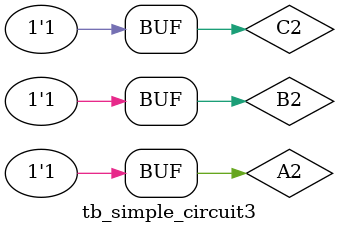
<source format=v>
module tb_simple_circuit3;
reg A2, B2, C2;
wire Z;
simple_circuit3 c1(A2,B2,C2,Z);

initial
begin
#0 A2=0;B2=0;C2=0;
#5 A2=0;B2=0;C2=1;
#5 A2=0;B2=1;C2=0;
#5 A2=0;B2=1;C2=1;
#5 A2=1;B2=0;C2=0;
#5 A2=1;B2=0;C2=1;
#5 A2=1;B2=1;C2=0;
#5 A2=1;B2=1;C2=1;
#5;
end

initial
begin
$monitor($time, " A2=%b, B2=%b, C2=%b, Z=%b", A2, B2, C2, Z);   
end
initial
begin
$dumpfile ("simple_circuit3.vcd");
$dumpvars (0, c1);
end
endmodule


</source>
